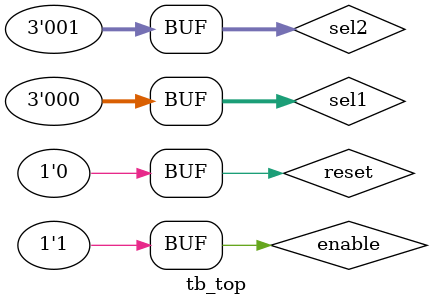
<source format=v>
`timescale 1ns / 1ps


module tb_top;

	// Inputs
	reg [2:0] sel1;
	reg [2:0] sel2;
	reg enable;
	reg reset;

	// Outputs
	wire m1out;
	wire m2out;
	wire [7:0] count;
	wire [7:0] count_1;
	wire [7:0] count_2;

	// Instantiate the Unit Under Test (UUT)
	top uut (
		.sel1(sel1), 
		.sel2(sel2), 
		.enable(enable), 
		.reset(reset), 
		.m1out(m1out), 
		.m2out(m2out), 
		.count(count), 
		.count_1(count_1), 
		.count_2(count_2)
	);

	initial begin
		// Initialize Inputs
		sel1 = 0;
		sel2 = 0;
		enable = 0;
		reset = 1;

		// Wait 100 ns for global reset to finish
		#10;
      sel1 = 3'b000;
		sel2 = 3'b001;
		enable =1;
		reset = 0;
		// Add stimulus here

	end
      
endmodule


</source>
